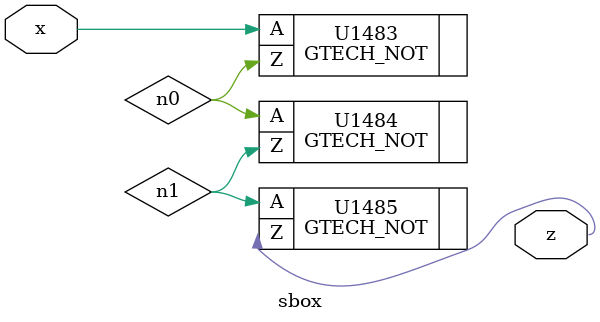
<source format=v>

module sbox (input [0:0] x, output [0:0] z );
  wire n0, n1;
  GTECH_NOT U1485 ( .A(n1), .Z(z[0]) );

  GTECH_NOT U1484 ( .A(n0), .Z(n1));
  GTECH_NOT U1483 ( .A(x[0]), .Z(n0) ); 
endmodule

</source>
